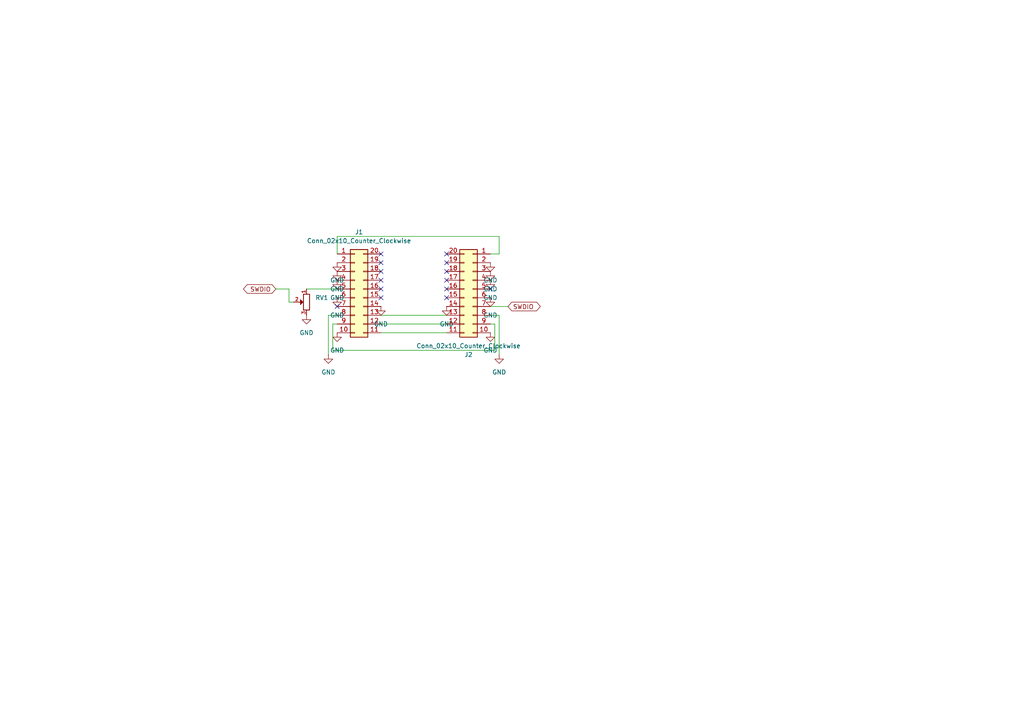
<source format=kicad_sch>
(kicad_sch
	(version 20231120)
	(generator "eeschema")
	(generator_version "8.0")
	(uuid "19dd0bfe-cbb3-48c9-a2a8-9430da164dd3")
	(paper "A4")
	(lib_symbols
		(symbol "Connector_Generic:Conn_02x10_Counter_Clockwise"
			(pin_names
				(offset 1.016) hide)
			(exclude_from_sim no)
			(in_bom yes)
			(on_board yes)
			(property "Reference" "J"
				(at 1.27 12.7 0)
				(effects
					(font
						(size 1.27 1.27)
					)
				)
			)
			(property "Value" "Conn_02x10_Counter_Clockwise"
				(at 1.27 -15.24 0)
				(effects
					(font
						(size 1.27 1.27)
					)
				)
			)
			(property "Footprint" ""
				(at 0 0 0)
				(effects
					(font
						(size 1.27 1.27)
					)
					(hide yes)
				)
			)
			(property "Datasheet" "~"
				(at 0 0 0)
				(effects
					(font
						(size 1.27 1.27)
					)
					(hide yes)
				)
			)
			(property "Description" "Generic connector, double row, 02x10, counter clockwise pin numbering scheme (similar to DIP package numbering), script generated (kicad-library-utils/schlib/autogen/connector/)"
				(at 0 0 0)
				(effects
					(font
						(size 1.27 1.27)
					)
					(hide yes)
				)
			)
			(property "ki_keywords" "connector"
				(at 0 0 0)
				(effects
					(font
						(size 1.27 1.27)
					)
					(hide yes)
				)
			)
			(property "ki_fp_filters" "Connector*:*_2x??_*"
				(at 0 0 0)
				(effects
					(font
						(size 1.27 1.27)
					)
					(hide yes)
				)
			)
			(symbol "Conn_02x10_Counter_Clockwise_1_1"
				(rectangle
					(start -1.27 -12.573)
					(end 0 -12.827)
					(stroke
						(width 0.1524)
						(type default)
					)
					(fill
						(type none)
					)
				)
				(rectangle
					(start -1.27 -10.033)
					(end 0 -10.287)
					(stroke
						(width 0.1524)
						(type default)
					)
					(fill
						(type none)
					)
				)
				(rectangle
					(start -1.27 -7.493)
					(end 0 -7.747)
					(stroke
						(width 0.1524)
						(type default)
					)
					(fill
						(type none)
					)
				)
				(rectangle
					(start -1.27 -4.953)
					(end 0 -5.207)
					(stroke
						(width 0.1524)
						(type default)
					)
					(fill
						(type none)
					)
				)
				(rectangle
					(start -1.27 -2.413)
					(end 0 -2.667)
					(stroke
						(width 0.1524)
						(type default)
					)
					(fill
						(type none)
					)
				)
				(rectangle
					(start -1.27 0.127)
					(end 0 -0.127)
					(stroke
						(width 0.1524)
						(type default)
					)
					(fill
						(type none)
					)
				)
				(rectangle
					(start -1.27 2.667)
					(end 0 2.413)
					(stroke
						(width 0.1524)
						(type default)
					)
					(fill
						(type none)
					)
				)
				(rectangle
					(start -1.27 5.207)
					(end 0 4.953)
					(stroke
						(width 0.1524)
						(type default)
					)
					(fill
						(type none)
					)
				)
				(rectangle
					(start -1.27 7.747)
					(end 0 7.493)
					(stroke
						(width 0.1524)
						(type default)
					)
					(fill
						(type none)
					)
				)
				(rectangle
					(start -1.27 10.287)
					(end 0 10.033)
					(stroke
						(width 0.1524)
						(type default)
					)
					(fill
						(type none)
					)
				)
				(rectangle
					(start -1.27 11.43)
					(end 3.81 -13.97)
					(stroke
						(width 0.254)
						(type default)
					)
					(fill
						(type background)
					)
				)
				(rectangle
					(start 3.81 -12.573)
					(end 2.54 -12.827)
					(stroke
						(width 0.1524)
						(type default)
					)
					(fill
						(type none)
					)
				)
				(rectangle
					(start 3.81 -10.033)
					(end 2.54 -10.287)
					(stroke
						(width 0.1524)
						(type default)
					)
					(fill
						(type none)
					)
				)
				(rectangle
					(start 3.81 -7.493)
					(end 2.54 -7.747)
					(stroke
						(width 0.1524)
						(type default)
					)
					(fill
						(type none)
					)
				)
				(rectangle
					(start 3.81 -4.953)
					(end 2.54 -5.207)
					(stroke
						(width 0.1524)
						(type default)
					)
					(fill
						(type none)
					)
				)
				(rectangle
					(start 3.81 -2.413)
					(end 2.54 -2.667)
					(stroke
						(width 0.1524)
						(type default)
					)
					(fill
						(type none)
					)
				)
				(rectangle
					(start 3.81 0.127)
					(end 2.54 -0.127)
					(stroke
						(width 0.1524)
						(type default)
					)
					(fill
						(type none)
					)
				)
				(rectangle
					(start 3.81 2.667)
					(end 2.54 2.413)
					(stroke
						(width 0.1524)
						(type default)
					)
					(fill
						(type none)
					)
				)
				(rectangle
					(start 3.81 5.207)
					(end 2.54 4.953)
					(stroke
						(width 0.1524)
						(type default)
					)
					(fill
						(type none)
					)
				)
				(rectangle
					(start 3.81 7.747)
					(end 2.54 7.493)
					(stroke
						(width 0.1524)
						(type default)
					)
					(fill
						(type none)
					)
				)
				(rectangle
					(start 3.81 10.287)
					(end 2.54 10.033)
					(stroke
						(width 0.1524)
						(type default)
					)
					(fill
						(type none)
					)
				)
				(pin passive line
					(at -5.08 10.16 0)
					(length 3.81)
					(name "Pin_1"
						(effects
							(font
								(size 1.27 1.27)
							)
						)
					)
					(number "1"
						(effects
							(font
								(size 1.27 1.27)
							)
						)
					)
				)
				(pin passive line
					(at -5.08 -12.7 0)
					(length 3.81)
					(name "Pin_10"
						(effects
							(font
								(size 1.27 1.27)
							)
						)
					)
					(number "10"
						(effects
							(font
								(size 1.27 1.27)
							)
						)
					)
				)
				(pin passive line
					(at 7.62 -12.7 180)
					(length 3.81)
					(name "Pin_11"
						(effects
							(font
								(size 1.27 1.27)
							)
						)
					)
					(number "11"
						(effects
							(font
								(size 1.27 1.27)
							)
						)
					)
				)
				(pin passive line
					(at 7.62 -10.16 180)
					(length 3.81)
					(name "Pin_12"
						(effects
							(font
								(size 1.27 1.27)
							)
						)
					)
					(number "12"
						(effects
							(font
								(size 1.27 1.27)
							)
						)
					)
				)
				(pin passive line
					(at 7.62 -7.62 180)
					(length 3.81)
					(name "Pin_13"
						(effects
							(font
								(size 1.27 1.27)
							)
						)
					)
					(number "13"
						(effects
							(font
								(size 1.27 1.27)
							)
						)
					)
				)
				(pin passive line
					(at 7.62 -5.08 180)
					(length 3.81)
					(name "Pin_14"
						(effects
							(font
								(size 1.27 1.27)
							)
						)
					)
					(number "14"
						(effects
							(font
								(size 1.27 1.27)
							)
						)
					)
				)
				(pin passive line
					(at 7.62 -2.54 180)
					(length 3.81)
					(name "Pin_15"
						(effects
							(font
								(size 1.27 1.27)
							)
						)
					)
					(number "15"
						(effects
							(font
								(size 1.27 1.27)
							)
						)
					)
				)
				(pin passive line
					(at 7.62 0 180)
					(length 3.81)
					(name "Pin_16"
						(effects
							(font
								(size 1.27 1.27)
							)
						)
					)
					(number "16"
						(effects
							(font
								(size 1.27 1.27)
							)
						)
					)
				)
				(pin passive line
					(at 7.62 2.54 180)
					(length 3.81)
					(name "Pin_17"
						(effects
							(font
								(size 1.27 1.27)
							)
						)
					)
					(number "17"
						(effects
							(font
								(size 1.27 1.27)
							)
						)
					)
				)
				(pin passive line
					(at 7.62 5.08 180)
					(length 3.81)
					(name "Pin_18"
						(effects
							(font
								(size 1.27 1.27)
							)
						)
					)
					(number "18"
						(effects
							(font
								(size 1.27 1.27)
							)
						)
					)
				)
				(pin passive line
					(at 7.62 7.62 180)
					(length 3.81)
					(name "Pin_19"
						(effects
							(font
								(size 1.27 1.27)
							)
						)
					)
					(number "19"
						(effects
							(font
								(size 1.27 1.27)
							)
						)
					)
				)
				(pin passive line
					(at -5.08 7.62 0)
					(length 3.81)
					(name "Pin_2"
						(effects
							(font
								(size 1.27 1.27)
							)
						)
					)
					(number "2"
						(effects
							(font
								(size 1.27 1.27)
							)
						)
					)
				)
				(pin passive line
					(at 7.62 10.16 180)
					(length 3.81)
					(name "Pin_20"
						(effects
							(font
								(size 1.27 1.27)
							)
						)
					)
					(number "20"
						(effects
							(font
								(size 1.27 1.27)
							)
						)
					)
				)
				(pin passive line
					(at -5.08 5.08 0)
					(length 3.81)
					(name "Pin_3"
						(effects
							(font
								(size 1.27 1.27)
							)
						)
					)
					(number "3"
						(effects
							(font
								(size 1.27 1.27)
							)
						)
					)
				)
				(pin passive line
					(at -5.08 2.54 0)
					(length 3.81)
					(name "Pin_4"
						(effects
							(font
								(size 1.27 1.27)
							)
						)
					)
					(number "4"
						(effects
							(font
								(size 1.27 1.27)
							)
						)
					)
				)
				(pin passive line
					(at -5.08 0 0)
					(length 3.81)
					(name "Pin_5"
						(effects
							(font
								(size 1.27 1.27)
							)
						)
					)
					(number "5"
						(effects
							(font
								(size 1.27 1.27)
							)
						)
					)
				)
				(pin passive line
					(at -5.08 -2.54 0)
					(length 3.81)
					(name "Pin_6"
						(effects
							(font
								(size 1.27 1.27)
							)
						)
					)
					(number "6"
						(effects
							(font
								(size 1.27 1.27)
							)
						)
					)
				)
				(pin passive line
					(at -5.08 -5.08 0)
					(length 3.81)
					(name "Pin_7"
						(effects
							(font
								(size 1.27 1.27)
							)
						)
					)
					(number "7"
						(effects
							(font
								(size 1.27 1.27)
							)
						)
					)
				)
				(pin passive line
					(at -5.08 -7.62 0)
					(length 3.81)
					(name "Pin_8"
						(effects
							(font
								(size 1.27 1.27)
							)
						)
					)
					(number "8"
						(effects
							(font
								(size 1.27 1.27)
							)
						)
					)
				)
				(pin passive line
					(at -5.08 -10.16 0)
					(length 3.81)
					(name "Pin_9"
						(effects
							(font
								(size 1.27 1.27)
							)
						)
					)
					(number "9"
						(effects
							(font
								(size 1.27 1.27)
							)
						)
					)
				)
			)
		)
		(symbol "PCM_SL_Devices:potentiometer_RM065"
			(exclude_from_sim no)
			(in_bom yes)
			(on_board yes)
			(property "Reference" "RV"
				(at 0 -2.032 0)
				(effects
					(font
						(size 1.27 1.27)
					)
				)
			)
			(property "Value" "potentiometer_RM065"
				(at 0 -3.81 0)
				(effects
					(font
						(size 1.27 1.27)
					)
				)
			)
			(property "Footprint" "PCM_SL_Devices:Potentiometer_RM065"
				(at -0.254 -6.096 0)
				(effects
					(font
						(size 1.27 1.27)
					)
					(hide yes)
				)
			)
			(property "Datasheet" ""
				(at 0 0 0)
				(effects
					(font
						(size 1.27 1.27)
					)
					(hide yes)
				)
			)
			(property "Description" "potentiometer RM065"
				(at 0 0 0)
				(effects
					(font
						(size 1.27 1.27)
					)
					(hide yes)
				)
			)
			(property "ki_keywords" "potentiometer RM065"
				(at 0 0 0)
				(effects
					(font
						(size 1.27 1.27)
					)
					(hide yes)
				)
			)
			(symbol "potentiometer_RM065_0_1"
				(rectangle
					(start -2.286 0.889)
					(end 2.286 -0.889)
					(stroke
						(width 0.24)
						(type default)
					)
					(fill
						(type none)
					)
				)
				(polyline
					(pts
						(xy 0 1.016) (xy 0.762 1.778) (xy -0.762 1.778) (xy 0 1.016)
					)
					(stroke
						(width 0)
						(type default)
					)
					(fill
						(type outline)
					)
				)
			)
			(symbol "potentiometer_RM065_1_1"
				(pin passive line
					(at -3.81 0 0)
					(length 1.5)
					(name "~"
						(effects
							(font
								(size 1.27 1.27)
							)
						)
					)
					(number "1"
						(effects
							(font
								(size 1 1)
							)
						)
					)
				)
				(pin passive line
					(at 0 3.81 270)
					(length 2)
					(name "~"
						(effects
							(font
								(size 1.27 1.27)
							)
						)
					)
					(number "2"
						(effects
							(font
								(size 1 1)
							)
						)
					)
				)
				(pin passive line
					(at 3.81 0 180)
					(length 1.5)
					(name "~"
						(effects
							(font
								(size 1.27 1.27)
							)
						)
					)
					(number "3"
						(effects
							(font
								(size 1 1)
							)
						)
					)
				)
			)
		)
		(symbol "power:GND"
			(power)
			(pin_numbers hide)
			(pin_names
				(offset 0) hide)
			(exclude_from_sim no)
			(in_bom yes)
			(on_board yes)
			(property "Reference" "#PWR"
				(at 0 -6.35 0)
				(effects
					(font
						(size 1.27 1.27)
					)
					(hide yes)
				)
			)
			(property "Value" "GND"
				(at 0 -3.81 0)
				(effects
					(font
						(size 1.27 1.27)
					)
				)
			)
			(property "Footprint" ""
				(at 0 0 0)
				(effects
					(font
						(size 1.27 1.27)
					)
					(hide yes)
				)
			)
			(property "Datasheet" ""
				(at 0 0 0)
				(effects
					(font
						(size 1.27 1.27)
					)
					(hide yes)
				)
			)
			(property "Description" "Power symbol creates a global label with name \"GND\" , ground"
				(at 0 0 0)
				(effects
					(font
						(size 1.27 1.27)
					)
					(hide yes)
				)
			)
			(property "ki_keywords" "global power"
				(at 0 0 0)
				(effects
					(font
						(size 1.27 1.27)
					)
					(hide yes)
				)
			)
			(symbol "GND_0_1"
				(polyline
					(pts
						(xy 0 0) (xy 0 -1.27) (xy 1.27 -1.27) (xy 0 -2.54) (xy -1.27 -1.27) (xy 0 -1.27)
					)
					(stroke
						(width 0)
						(type default)
					)
					(fill
						(type none)
					)
				)
			)
			(symbol "GND_1_1"
				(pin power_in line
					(at 0 0 270)
					(length 0)
					(name "~"
						(effects
							(font
								(size 1.27 1.27)
							)
						)
					)
					(number "1"
						(effects
							(font
								(size 1.27 1.27)
							)
						)
					)
				)
			)
		)
	)
	(no_connect
		(at 97.79 88.9)
		(uuid "25f167df-1c13-4042-a7cc-4cfaeb2048a1")
	)
	(no_connect
		(at 110.49 73.66)
		(uuid "4a7d684a-22f2-414c-a197-31e0171f4972")
	)
	(no_connect
		(at 129.54 83.82)
		(uuid "4c31dff7-63dd-49e9-a447-bbf1d3ebf373")
	)
	(no_connect
		(at 110.49 76.2)
		(uuid "6ac8a54b-c6df-411a-9f8b-14c9ca5d942b")
	)
	(no_connect
		(at 129.54 86.36)
		(uuid "791a5dc7-87ba-48b4-af24-236af0d16ecf")
	)
	(no_connect
		(at 110.49 86.36)
		(uuid "7927334d-4ca6-4fea-93da-16eff6f9541a")
	)
	(no_connect
		(at 129.54 73.66)
		(uuid "8192121f-93a8-49e8-9cad-2fde2df2c438")
	)
	(no_connect
		(at 129.54 81.28)
		(uuid "8cda6105-ca9c-427c-808c-736427b18c6b")
	)
	(no_connect
		(at 142.24 83.82)
		(uuid "9b50f271-c8a6-4a6f-9b62-02a6001a0655")
	)
	(no_connect
		(at 110.49 83.82)
		(uuid "b02f9aee-f91e-4c29-b72f-b09b5227bc38")
	)
	(no_connect
		(at 110.49 78.74)
		(uuid "bb32720b-40f2-4223-a757-151727911339")
	)
	(no_connect
		(at 129.54 78.74)
		(uuid "d5b803da-8e56-4c37-a03f-a4865106abac")
	)
	(no_connect
		(at 110.49 81.28)
		(uuid "e75ee021-1de4-4459-87bb-4505648795e8")
	)
	(no_connect
		(at 129.54 76.2)
		(uuid "ed0bfd8c-72c5-456e-9283-03b7bda27488")
	)
	(wire
		(pts
			(xy 83.82 87.63) (xy 83.82 83.82)
		)
		(stroke
			(width 0)
			(type default)
		)
		(uuid "04aecf09-fc58-4fca-a9e9-c87839811599")
	)
	(wire
		(pts
			(xy 110.49 91.44) (xy 129.54 91.44)
		)
		(stroke
			(width 0)
			(type default)
		)
		(uuid "0b986732-b256-420f-9e2a-c09d03dc4bf7")
	)
	(wire
		(pts
			(xy 97.79 68.58) (xy 144.78 68.58)
		)
		(stroke
			(width 0)
			(type default)
		)
		(uuid "1b59da92-cb58-4cd8-b4ef-5678723bc340")
	)
	(wire
		(pts
			(xy 110.49 96.52) (xy 129.54 96.52)
		)
		(stroke
			(width 0)
			(type default)
		)
		(uuid "1b863bbb-a51e-4251-824f-be8c8a988c1e")
	)
	(wire
		(pts
			(xy 96.52 101.6) (xy 143.51 101.6)
		)
		(stroke
			(width 0)
			(type default)
		)
		(uuid "23a09dae-8931-45af-a2c6-ddd75ee3a97d")
	)
	(wire
		(pts
			(xy 144.78 91.44) (xy 142.24 91.44)
		)
		(stroke
			(width 0)
			(type default)
		)
		(uuid "376c9f9f-4c82-4ff9-b090-e4fd0171fbfa")
	)
	(wire
		(pts
			(xy 97.79 91.44) (xy 95.25 91.44)
		)
		(stroke
			(width 0)
			(type default)
		)
		(uuid "39637379-4d7e-48f7-a82f-a8feab132d5b")
	)
	(wire
		(pts
			(xy 143.51 101.6) (xy 143.51 93.98)
		)
		(stroke
			(width 0)
			(type default)
		)
		(uuid "5240d45f-839c-4b43-824a-22e08758f797")
	)
	(wire
		(pts
			(xy 96.52 93.98) (xy 96.52 101.6)
		)
		(stroke
			(width 0)
			(type default)
		)
		(uuid "57321656-3ac5-4800-bffc-04a3cf277099")
	)
	(wire
		(pts
			(xy 143.51 93.98) (xy 142.24 93.98)
		)
		(stroke
			(width 0)
			(type default)
		)
		(uuid "61577a48-fc0f-4ad2-9224-bd4fd734c682")
	)
	(wire
		(pts
			(xy 144.78 73.66) (xy 142.24 73.66)
		)
		(stroke
			(width 0)
			(type default)
		)
		(uuid "6c6c6955-5a21-4523-ae67-4ea902fd5fe4")
	)
	(wire
		(pts
			(xy 144.78 102.87) (xy 144.78 91.44)
		)
		(stroke
			(width 0)
			(type default)
		)
		(uuid "6d4480b6-736d-49d1-bc14-88a5125a1d25")
	)
	(wire
		(pts
			(xy 97.79 73.66) (xy 97.79 68.58)
		)
		(stroke
			(width 0)
			(type default)
		)
		(uuid "72178f0e-b531-424f-ba99-d6973ee434b3")
	)
	(wire
		(pts
			(xy 110.49 93.98) (xy 129.54 93.98)
		)
		(stroke
			(width 0)
			(type default)
		)
		(uuid "9d9df942-c3a1-4f42-a3cc-9cb72bf1b0b2")
	)
	(wire
		(pts
			(xy 97.79 93.98) (xy 96.52 93.98)
		)
		(stroke
			(width 0)
			(type default)
		)
		(uuid "a88ac412-5be9-444a-a543-6afeb2b9c2e8")
	)
	(wire
		(pts
			(xy 144.78 68.58) (xy 144.78 73.66)
		)
		(stroke
			(width 0)
			(type default)
		)
		(uuid "d0763c4c-8a03-41ce-a95f-eeb69a096df6")
	)
	(wire
		(pts
			(xy 85.09 87.63) (xy 83.82 87.63)
		)
		(stroke
			(width 0)
			(type default)
		)
		(uuid "d7da5a39-3973-40ae-8577-864150e29d15")
	)
	(wire
		(pts
			(xy 142.24 88.9) (xy 147.32 88.9)
		)
		(stroke
			(width 0)
			(type default)
		)
		(uuid "e13d2576-f9bf-44b9-a06d-f01797da0432")
	)
	(wire
		(pts
			(xy 88.9 83.82) (xy 97.79 83.82)
		)
		(stroke
			(width 0)
			(type default)
		)
		(uuid "e6131e0a-3fe6-4558-b4c1-82ce0aea2067")
	)
	(wire
		(pts
			(xy 83.82 83.82) (xy 80.01 83.82)
		)
		(stroke
			(width 0)
			(type default)
		)
		(uuid "e9fc7a24-6bfe-4dea-8e9f-2e7b22a8573f")
	)
	(wire
		(pts
			(xy 95.25 91.44) (xy 95.25 102.87)
		)
		(stroke
			(width 0)
			(type default)
		)
		(uuid "ec20dd4f-4261-4ae5-b4e4-d2910454afa8")
	)
	(global_label "SWDIO"
		(shape bidirectional)
		(at 147.32 88.9 0)
		(fields_autoplaced yes)
		(effects
			(font
				(size 1.27 1.27)
			)
			(justify left)
		)
		(uuid "a9824ee7-0de4-4369-8d1d-2c678a93b44c")
		(property "Intersheetrefs" "${INTERSHEET_REFS}"
			(at 157.2827 88.9 0)
			(effects
				(font
					(size 1.27 1.27)
				)
				(justify left)
				(hide yes)
			)
		)
	)
	(global_label "SWDIO"
		(shape bidirectional)
		(at 80.01 83.82 180)
		(fields_autoplaced yes)
		(effects
			(font
				(size 1.27 1.27)
			)
			(justify right)
		)
		(uuid "fff9765b-efb3-48a5-a44a-5ee88a3149a1")
		(property "Intersheetrefs" "${INTERSHEET_REFS}"
			(at 70.0473 83.82 0)
			(effects
				(font
					(size 1.27 1.27)
				)
				(justify right)
				(hide yes)
			)
		)
	)
	(symbol
		(lib_id "power:GND")
		(at 88.9 91.44 0)
		(unit 1)
		(exclude_from_sim no)
		(in_bom yes)
		(on_board yes)
		(dnp no)
		(fields_autoplaced yes)
		(uuid "1ab06e58-4e3f-4e82-ba3b-88d38ae624b7")
		(property "Reference" "#PWR01"
			(at 88.9 97.79 0)
			(effects
				(font
					(size 1.27 1.27)
				)
				(hide yes)
			)
		)
		(property "Value" "GND"
			(at 88.9 96.52 0)
			(effects
				(font
					(size 1.27 1.27)
				)
			)
		)
		(property "Footprint" ""
			(at 88.9 91.44 0)
			(effects
				(font
					(size 1.27 1.27)
				)
				(hide yes)
			)
		)
		(property "Datasheet" ""
			(at 88.9 91.44 0)
			(effects
				(font
					(size 1.27 1.27)
				)
				(hide yes)
			)
		)
		(property "Description" "Power symbol creates a global label with name \"GND\" , ground"
			(at 88.9 91.44 0)
			(effects
				(font
					(size 1.27 1.27)
				)
				(hide yes)
			)
		)
		(pin "1"
			(uuid "b3977287-d08e-454e-82c5-7652c7f9357d")
		)
		(instances
			(project ""
				(path "/19dd0bfe-cbb3-48c9-a2a8-9430da164dd3"
					(reference "#PWR01")
					(unit 1)
				)
			)
		)
	)
	(symbol
		(lib_id "power:GND")
		(at 144.78 102.87 0)
		(unit 1)
		(exclude_from_sim no)
		(in_bom yes)
		(on_board yes)
		(dnp no)
		(fields_autoplaced yes)
		(uuid "237fa628-f2a0-4761-a6d5-7fafd9b2a180")
		(property "Reference" "#PWR07"
			(at 144.78 109.22 0)
			(effects
				(font
					(size 1.27 1.27)
				)
				(hide yes)
			)
		)
		(property "Value" "GND"
			(at 144.78 107.95 0)
			(effects
				(font
					(size 1.27 1.27)
				)
			)
		)
		(property "Footprint" ""
			(at 144.78 102.87 0)
			(effects
				(font
					(size 1.27 1.27)
				)
				(hide yes)
			)
		)
		(property "Datasheet" ""
			(at 144.78 102.87 0)
			(effects
				(font
					(size 1.27 1.27)
				)
				(hide yes)
			)
		)
		(property "Description" "Power symbol creates a global label with name \"GND\" , ground"
			(at 144.78 102.87 0)
			(effects
				(font
					(size 1.27 1.27)
				)
				(hide yes)
			)
		)
		(pin "1"
			(uuid "06fb8179-c36c-4e95-bdee-ac1974f35689")
		)
		(instances
			(project "Flyswatter2Adapter"
				(path "/19dd0bfe-cbb3-48c9-a2a8-9430da164dd3"
					(reference "#PWR07")
					(unit 1)
				)
			)
		)
	)
	(symbol
		(lib_id "PCM_SL_Devices:potentiometer_RM065")
		(at 88.9 87.63 90)
		(mirror x)
		(unit 1)
		(exclude_from_sim no)
		(in_bom yes)
		(on_board yes)
		(dnp no)
		(uuid "2689a8ea-ec6e-4813-9889-692322b8d337")
		(property "Reference" "RV1"
			(at 91.44 86.3599 90)
			(effects
				(font
					(size 1.27 1.27)
				)
				(justify right)
			)
		)
		(property "Value" "potentiometer_RM065"
			(at 91.44 88.8999 90)
			(effects
				(font
					(size 1.27 1.27)
				)
				(justify right)
				(hide yes)
			)
		)
		(property "Footprint" "PCM_SL_Devices:Potentiometer_RM065"
			(at 94.996 87.376 0)
			(effects
				(font
					(size 1.27 1.27)
				)
				(hide yes)
			)
		)
		(property "Datasheet" ""
			(at 88.9 87.63 0)
			(effects
				(font
					(size 1.27 1.27)
				)
				(hide yes)
			)
		)
		(property "Description" "potentiometer RM065"
			(at 88.9 87.63 0)
			(effects
				(font
					(size 1.27 1.27)
				)
				(hide yes)
			)
		)
		(pin "2"
			(uuid "b92e2a65-ea3f-46b5-ae48-fe93000484d5")
		)
		(pin "1"
			(uuid "53a81a2b-a7f3-47d3-9862-311e36c90e36")
		)
		(pin "3"
			(uuid "506a7046-4196-4ab5-a343-ab21aef5bf00")
		)
		(instances
			(project ""
				(path "/19dd0bfe-cbb3-48c9-a2a8-9430da164dd3"
					(reference "RV1")
					(unit 1)
				)
			)
		)
	)
	(symbol
		(lib_id "Connector_Generic:Conn_02x10_Counter_Clockwise")
		(at 102.87 83.82 0)
		(unit 1)
		(exclude_from_sim no)
		(in_bom yes)
		(on_board yes)
		(dnp no)
		(fields_autoplaced yes)
		(uuid "2c45b074-2558-4130-92aa-70aaa5f94d61")
		(property "Reference" "J1"
			(at 104.14 67.31 0)
			(effects
				(font
					(size 1.27 1.27)
				)
			)
		)
		(property "Value" "Conn_02x10_Counter_Clockwise"
			(at 104.14 69.85 0)
			(effects
				(font
					(size 1.27 1.27)
				)
			)
		)
		(property "Footprint" "Connector_IDC:IDC-Header_2x10_P2.54mm_Latch6.5mm_Vertical"
			(at 102.87 83.82 0)
			(effects
				(font
					(size 1.27 1.27)
				)
				(hide yes)
			)
		)
		(property "Datasheet" "~"
			(at 102.87 83.82 0)
			(effects
				(font
					(size 1.27 1.27)
				)
				(hide yes)
			)
		)
		(property "Description" "Generic connector, double row, 02x10, counter clockwise pin numbering scheme (similar to DIP package numbering), script generated (kicad-library-utils/schlib/autogen/connector/)"
			(at 102.87 83.82 0)
			(effects
				(font
					(size 1.27 1.27)
				)
				(hide yes)
			)
		)
		(pin "17"
			(uuid "377cc145-4a51-45e7-9e7d-e6808befd353")
		)
		(pin "11"
			(uuid "6bb7a9bc-affb-488f-8199-5a57f4a4c7eb")
		)
		(pin "14"
			(uuid "2e2d3c09-86b6-4251-b4fd-d080ad623e6e")
		)
		(pin "18"
			(uuid "5bd1bd99-81ca-4b7d-934f-787faf414e58")
		)
		(pin "8"
			(uuid "c278ad67-2d50-4d5b-92e7-1865f8072987")
		)
		(pin "2"
			(uuid "c2458025-07af-4d66-816b-cc7af11320c4")
		)
		(pin "5"
			(uuid "96551c9f-d181-459b-b1ce-504db0eb5665")
		)
		(pin "13"
			(uuid "7936f2f0-d1b8-4105-ba92-f55ff740911a")
		)
		(pin "9"
			(uuid "6646f04a-c741-44be-a784-2bc7258e497b")
		)
		(pin "6"
			(uuid "b2671f66-72a9-4917-b489-7e3788cd285f")
		)
		(pin "20"
			(uuid "c3b19eef-4d6e-494b-9a93-6ccb92162c01")
		)
		(pin "7"
			(uuid "bfd6ec62-908e-4130-8b5c-d55c65063fcb")
		)
		(pin "15"
			(uuid "ee6dabf6-b9f9-448a-a52f-4ed003790b7b")
		)
		(pin "12"
			(uuid "d873c5b6-c280-4369-b4c8-3fdf3592387b")
		)
		(pin "16"
			(uuid "29fdb31d-1894-402f-823e-8d4f87db63d9")
		)
		(pin "1"
			(uuid "f1c4465f-2711-45fe-806a-b90bce5a8b5e")
		)
		(pin "10"
			(uuid "b5befc8e-6303-42da-ac03-37c618494f5d")
		)
		(pin "19"
			(uuid "b8c37f82-0efa-4888-b9b6-e4cdf657e94c")
		)
		(pin "3"
			(uuid "359f0084-22eb-482a-84c9-6e805d81ace0")
		)
		(pin "4"
			(uuid "1bb35969-b767-442b-a43a-0eaa3ddffc5f")
		)
		(instances
			(project ""
				(path "/19dd0bfe-cbb3-48c9-a2a8-9430da164dd3"
					(reference "J1")
					(unit 1)
				)
			)
		)
	)
	(symbol
		(lib_id "power:GND")
		(at 110.49 88.9 0)
		(unit 1)
		(exclude_from_sim no)
		(in_bom yes)
		(on_board yes)
		(dnp no)
		(fields_autoplaced yes)
		(uuid "2fc362cf-ee65-4836-88ec-ec3fe0b784ef")
		(property "Reference" "#PWR010"
			(at 110.49 95.25 0)
			(effects
				(font
					(size 1.27 1.27)
				)
				(hide yes)
			)
		)
		(property "Value" "GND"
			(at 110.49 93.98 0)
			(effects
				(font
					(size 1.27 1.27)
				)
			)
		)
		(property "Footprint" ""
			(at 110.49 88.9 0)
			(effects
				(font
					(size 1.27 1.27)
				)
				(hide yes)
			)
		)
		(property "Datasheet" ""
			(at 110.49 88.9 0)
			(effects
				(font
					(size 1.27 1.27)
				)
				(hide yes)
			)
		)
		(property "Description" "Power symbol creates a global label with name \"GND\" , ground"
			(at 110.49 88.9 0)
			(effects
				(font
					(size 1.27 1.27)
				)
				(hide yes)
			)
		)
		(pin "1"
			(uuid "4e1c4cfb-6405-426c-aad7-df6846de1f39")
		)
		(instances
			(project "Flyswatter2Adapter"
				(path "/19dd0bfe-cbb3-48c9-a2a8-9430da164dd3"
					(reference "#PWR010")
					(unit 1)
				)
			)
		)
	)
	(symbol
		(lib_id "Connector_Generic:Conn_02x10_Counter_Clockwise")
		(at 137.16 83.82 0)
		(mirror y)
		(unit 1)
		(exclude_from_sim no)
		(in_bom yes)
		(on_board yes)
		(dnp no)
		(uuid "43c410a9-ffaf-48cb-94d2-89da1a7229b2")
		(property "Reference" "J2"
			(at 135.89 102.87 0)
			(effects
				(font
					(size 1.27 1.27)
				)
			)
		)
		(property "Value" "Conn_02x10_Counter_Clockwise"
			(at 135.89 100.33 0)
			(effects
				(font
					(size 1.27 1.27)
				)
			)
		)
		(property "Footprint" "Connector_IDC:IDC-Header_2x10_P2.54mm_Latch6.5mm_Vertical"
			(at 137.16 83.82 0)
			(effects
				(font
					(size 1.27 1.27)
				)
				(hide yes)
			)
		)
		(property "Datasheet" "~"
			(at 137.16 83.82 0)
			(effects
				(font
					(size 1.27 1.27)
				)
				(hide yes)
			)
		)
		(property "Description" "Generic connector, double row, 02x10, counter clockwise pin numbering scheme (similar to DIP package numbering), script generated (kicad-library-utils/schlib/autogen/connector/)"
			(at 137.16 83.82 0)
			(effects
				(font
					(size 1.27 1.27)
				)
				(hide yes)
			)
		)
		(pin "17"
			(uuid "f98e9300-f18c-4b87-87a2-38f9f0a1c0f1")
		)
		(pin "11"
			(uuid "06d7c94a-1660-458c-b12a-166b84c2697d")
		)
		(pin "14"
			(uuid "8a41d55d-872c-41df-bf05-45618bf8a4b1")
		)
		(pin "18"
			(uuid "4bcc6c39-461c-479f-bb0a-8568941fe8f5")
		)
		(pin "8"
			(uuid "a5cef91f-c2ac-412b-b724-1d02dba09bc4")
		)
		(pin "2"
			(uuid "7647691c-b19b-4591-acd7-bad53da71ea6")
		)
		(pin "5"
			(uuid "0633cacd-fcab-4dfa-85a6-820b1004f74a")
		)
		(pin "13"
			(uuid "cfa17397-7b4d-4fea-942c-faf538831cf6")
		)
		(pin "9"
			(uuid "ec557399-41b3-4097-af30-66b2251201d7")
		)
		(pin "6"
			(uuid "82c321b2-7919-4458-b216-cc4ffb18d17d")
		)
		(pin "20"
			(uuid "56638ad9-8cd0-481c-962c-922e1bd6f9e2")
		)
		(pin "7"
			(uuid "4208bcb4-e77b-40e6-981c-35bc2fc7184e")
		)
		(pin "15"
			(uuid "0ef7f32f-e1d7-4c43-8fc2-a2bd2610904f")
		)
		(pin "12"
			(uuid "47fcd7f8-1e97-4612-a866-ed774ae0ab8d")
		)
		(pin "16"
			(uuid "aecbdf4b-1b33-4ebf-9959-e62b13d529ac")
		)
		(pin "1"
			(uuid "99c5901c-dfd1-4ae9-9715-7b5efa64323b")
		)
		(pin "10"
			(uuid "68101c7f-de6f-4fbf-8239-455d4e9e9848")
		)
		(pin "19"
			(uuid "bf810999-3e71-4d08-b9ef-5cd52d25443d")
		)
		(pin "3"
			(uuid "97a83882-b6a0-423d-a4ee-63fd2ea6d1bb")
		)
		(pin "4"
			(uuid "6d058a67-d19e-40a7-968a-50235c7dd01f")
		)
		(instances
			(project "Flyswatter2Adapter"
				(path "/19dd0bfe-cbb3-48c9-a2a8-9430da164dd3"
					(reference "J2")
					(unit 1)
				)
			)
		)
	)
	(symbol
		(lib_id "power:GND")
		(at 142.24 76.2 0)
		(unit 1)
		(exclude_from_sim no)
		(in_bom yes)
		(on_board yes)
		(dnp no)
		(fields_autoplaced yes)
		(uuid "5f40120e-ad39-45e7-be1b-813c36c91363")
		(property "Reference" "#PWR012"
			(at 142.24 82.55 0)
			(effects
				(font
					(size 1.27 1.27)
				)
				(hide yes)
			)
		)
		(property "Value" "GND"
			(at 142.24 81.28 0)
			(effects
				(font
					(size 1.27 1.27)
				)
			)
		)
		(property "Footprint" ""
			(at 142.24 76.2 0)
			(effects
				(font
					(size 1.27 1.27)
				)
				(hide yes)
			)
		)
		(property "Datasheet" ""
			(at 142.24 76.2 0)
			(effects
				(font
					(size 1.27 1.27)
				)
				(hide yes)
			)
		)
		(property "Description" "Power symbol creates a global label with name \"GND\" , ground"
			(at 142.24 76.2 0)
			(effects
				(font
					(size 1.27 1.27)
				)
				(hide yes)
			)
		)
		(pin "1"
			(uuid "4a6a9f04-31dc-4622-aba8-f3308c07a416")
		)
		(instances
			(project "Flyswatter2Adapter"
				(path "/19dd0bfe-cbb3-48c9-a2a8-9430da164dd3"
					(reference "#PWR012")
					(unit 1)
				)
			)
		)
	)
	(symbol
		(lib_id "power:GND")
		(at 97.79 78.74 0)
		(unit 1)
		(exclude_from_sim no)
		(in_bom yes)
		(on_board yes)
		(dnp no)
		(fields_autoplaced yes)
		(uuid "61ee753e-d06b-4b33-83e1-d4dcf98328fb")
		(property "Reference" "#PWR04"
			(at 97.79 85.09 0)
			(effects
				(font
					(size 1.27 1.27)
				)
				(hide yes)
			)
		)
		(property "Value" "GND"
			(at 97.79 83.82 0)
			(effects
				(font
					(size 1.27 1.27)
				)
			)
		)
		(property "Footprint" ""
			(at 97.79 78.74 0)
			(effects
				(font
					(size 1.27 1.27)
				)
				(hide yes)
			)
		)
		(property "Datasheet" ""
			(at 97.79 78.74 0)
			(effects
				(font
					(size 1.27 1.27)
				)
				(hide yes)
			)
		)
		(property "Description" "Power symbol creates a global label with name \"GND\" , ground"
			(at 97.79 78.74 0)
			(effects
				(font
					(size 1.27 1.27)
				)
				(hide yes)
			)
		)
		(pin "1"
			(uuid "8e04ed27-6410-4fc5-b39d-1089c1bf4a0f")
		)
		(instances
			(project "Flyswatter2Adapter"
				(path "/19dd0bfe-cbb3-48c9-a2a8-9430da164dd3"
					(reference "#PWR04")
					(unit 1)
				)
			)
		)
	)
	(symbol
		(lib_id "power:GND")
		(at 97.79 81.28 0)
		(unit 1)
		(exclude_from_sim no)
		(in_bom yes)
		(on_board yes)
		(dnp no)
		(fields_autoplaced yes)
		(uuid "70b51482-1d2e-4304-95de-1379de8c767d")
		(property "Reference" "#PWR03"
			(at 97.79 87.63 0)
			(effects
				(font
					(size 1.27 1.27)
				)
				(hide yes)
			)
		)
		(property "Value" "GND"
			(at 97.79 86.36 0)
			(effects
				(font
					(size 1.27 1.27)
				)
			)
		)
		(property "Footprint" ""
			(at 97.79 81.28 0)
			(effects
				(font
					(size 1.27 1.27)
				)
				(hide yes)
			)
		)
		(property "Datasheet" ""
			(at 97.79 81.28 0)
			(effects
				(font
					(size 1.27 1.27)
				)
				(hide yes)
			)
		)
		(property "Description" "Power symbol creates a global label with name \"GND\" , ground"
			(at 97.79 81.28 0)
			(effects
				(font
					(size 1.27 1.27)
				)
				(hide yes)
			)
		)
		(pin "1"
			(uuid "0a267885-7f99-47f4-a22e-80c3939ff38a")
		)
		(instances
			(project "Flyswatter2Adapter"
				(path "/19dd0bfe-cbb3-48c9-a2a8-9430da164dd3"
					(reference "#PWR03")
					(unit 1)
				)
			)
		)
	)
	(symbol
		(lib_id "power:GND")
		(at 142.24 96.52 0)
		(unit 1)
		(exclude_from_sim no)
		(in_bom yes)
		(on_board yes)
		(dnp no)
		(fields_autoplaced yes)
		(uuid "809cc960-0d88-41ea-bab5-94f2d6885b25")
		(property "Reference" "#PWR08"
			(at 142.24 102.87 0)
			(effects
				(font
					(size 1.27 1.27)
				)
				(hide yes)
			)
		)
		(property "Value" "GND"
			(at 142.24 101.6 0)
			(effects
				(font
					(size 1.27 1.27)
				)
			)
		)
		(property "Footprint" ""
			(at 142.24 96.52 0)
			(effects
				(font
					(size 1.27 1.27)
				)
				(hide yes)
			)
		)
		(property "Datasheet" ""
			(at 142.24 96.52 0)
			(effects
				(font
					(size 1.27 1.27)
				)
				(hide yes)
			)
		)
		(property "Description" "Power symbol creates a global label with name \"GND\" , ground"
			(at 142.24 96.52 0)
			(effects
				(font
					(size 1.27 1.27)
				)
				(hide yes)
			)
		)
		(pin "1"
			(uuid "5f1de7e6-d676-4d11-beb6-55f6387f6b07")
		)
		(instances
			(project "Flyswatter2Adapter"
				(path "/19dd0bfe-cbb3-48c9-a2a8-9430da164dd3"
					(reference "#PWR08")
					(unit 1)
				)
			)
		)
	)
	(symbol
		(lib_id "power:GND")
		(at 97.79 96.52 0)
		(unit 1)
		(exclude_from_sim no)
		(in_bom yes)
		(on_board yes)
		(dnp no)
		(fields_autoplaced yes)
		(uuid "83aa5f95-fbce-4a36-9bfc-30f3c69a79a2")
		(property "Reference" "#PWR09"
			(at 97.79 102.87 0)
			(effects
				(font
					(size 1.27 1.27)
				)
				(hide yes)
			)
		)
		(property "Value" "GND"
			(at 97.79 101.6 0)
			(effects
				(font
					(size 1.27 1.27)
				)
			)
		)
		(property "Footprint" ""
			(at 97.79 96.52 0)
			(effects
				(font
					(size 1.27 1.27)
				)
				(hide yes)
			)
		)
		(property "Datasheet" ""
			(at 97.79 96.52 0)
			(effects
				(font
					(size 1.27 1.27)
				)
				(hide yes)
			)
		)
		(property "Description" "Power symbol creates a global label with name \"GND\" , ground"
			(at 97.79 96.52 0)
			(effects
				(font
					(size 1.27 1.27)
				)
				(hide yes)
			)
		)
		(pin "1"
			(uuid "093d14ea-ef64-41e0-8ac4-8eb4e59fc31d")
		)
		(instances
			(project "Flyswatter2Adapter"
				(path "/19dd0bfe-cbb3-48c9-a2a8-9430da164dd3"
					(reference "#PWR09")
					(unit 1)
				)
			)
		)
	)
	(symbol
		(lib_id "power:GND")
		(at 142.24 86.36 0)
		(unit 1)
		(exclude_from_sim no)
		(in_bom yes)
		(on_board yes)
		(dnp no)
		(fields_autoplaced yes)
		(uuid "8e3a271f-4647-4704-968b-9ad191f37a04")
		(property "Reference" "#PWR015"
			(at 142.24 92.71 0)
			(effects
				(font
					(size 1.27 1.27)
				)
				(hide yes)
			)
		)
		(property "Value" "GND"
			(at 142.24 91.44 0)
			(effects
				(font
					(size 1.27 1.27)
				)
			)
		)
		(property "Footprint" ""
			(at 142.24 86.36 0)
			(effects
				(font
					(size 1.27 1.27)
				)
				(hide yes)
			)
		)
		(property "Datasheet" ""
			(at 142.24 86.36 0)
			(effects
				(font
					(size 1.27 1.27)
				)
				(hide yes)
			)
		)
		(property "Description" "Power symbol creates a global label with name \"GND\" , ground"
			(at 142.24 86.36 0)
			(effects
				(font
					(size 1.27 1.27)
				)
				(hide yes)
			)
		)
		(pin "1"
			(uuid "2ebc96fb-44d5-40dc-a15c-e4c0a2403162")
		)
		(instances
			(project "Flyswatter2Adapter"
				(path "/19dd0bfe-cbb3-48c9-a2a8-9430da164dd3"
					(reference "#PWR015")
					(unit 1)
				)
			)
		)
	)
	(symbol
		(lib_id "power:GND")
		(at 129.54 88.9 0)
		(unit 1)
		(exclude_from_sim no)
		(in_bom yes)
		(on_board yes)
		(dnp no)
		(fields_autoplaced yes)
		(uuid "91c03e77-b6e2-43b1-b3e7-ce0792e74396")
		(property "Reference" "#PWR011"
			(at 129.54 95.25 0)
			(effects
				(font
					(size 1.27 1.27)
				)
				(hide yes)
			)
		)
		(property "Value" "GND"
			(at 129.54 93.98 0)
			(effects
				(font
					(size 1.27 1.27)
				)
			)
		)
		(property "Footprint" ""
			(at 129.54 88.9 0)
			(effects
				(font
					(size 1.27 1.27)
				)
				(hide yes)
			)
		)
		(property "Datasheet" ""
			(at 129.54 88.9 0)
			(effects
				(font
					(size 1.27 1.27)
				)
				(hide yes)
			)
		)
		(property "Description" "Power symbol creates a global label with name \"GND\" , ground"
			(at 129.54 88.9 0)
			(effects
				(font
					(size 1.27 1.27)
				)
				(hide yes)
			)
		)
		(pin "1"
			(uuid "e81f7dc7-19f6-42a2-b10e-3ddcab9f2a1c")
		)
		(instances
			(project "Flyswatter2Adapter"
				(path "/19dd0bfe-cbb3-48c9-a2a8-9430da164dd3"
					(reference "#PWR011")
					(unit 1)
				)
			)
		)
	)
	(symbol
		(lib_id "power:GND")
		(at 97.79 76.2 0)
		(unit 1)
		(exclude_from_sim no)
		(in_bom yes)
		(on_board yes)
		(dnp no)
		(fields_autoplaced yes)
		(uuid "ac216acc-da29-4051-a859-5071f6b9f81d")
		(property "Reference" "#PWR05"
			(at 97.79 82.55 0)
			(effects
				(font
					(size 1.27 1.27)
				)
				(hide yes)
			)
		)
		(property "Value" "GND"
			(at 97.79 81.28 0)
			(effects
				(font
					(size 1.27 1.27)
				)
			)
		)
		(property "Footprint" ""
			(at 97.79 76.2 0)
			(effects
				(font
					(size 1.27 1.27)
				)
				(hide yes)
			)
		)
		(property "Datasheet" ""
			(at 97.79 76.2 0)
			(effects
				(font
					(size 1.27 1.27)
				)
				(hide yes)
			)
		)
		(property "Description" "Power symbol creates a global label with name \"GND\" , ground"
			(at 97.79 76.2 0)
			(effects
				(font
					(size 1.27 1.27)
				)
				(hide yes)
			)
		)
		(pin "1"
			(uuid "70310f97-794b-4097-aa36-cdf6e9e28d0d")
		)
		(instances
			(project "Flyswatter2Adapter"
				(path "/19dd0bfe-cbb3-48c9-a2a8-9430da164dd3"
					(reference "#PWR05")
					(unit 1)
				)
			)
		)
	)
	(symbol
		(lib_id "power:GND")
		(at 97.79 86.36 0)
		(unit 1)
		(exclude_from_sim no)
		(in_bom yes)
		(on_board yes)
		(dnp no)
		(fields_autoplaced yes)
		(uuid "c2579689-eb71-4032-bd3e-9a2b5eb2c958")
		(property "Reference" "#PWR02"
			(at 97.79 92.71 0)
			(effects
				(font
					(size 1.27 1.27)
				)
				(hide yes)
			)
		)
		(property "Value" "GND"
			(at 97.79 91.44 0)
			(effects
				(font
					(size 1.27 1.27)
				)
			)
		)
		(property "Footprint" ""
			(at 97.79 86.36 0)
			(effects
				(font
					(size 1.27 1.27)
				)
				(hide yes)
			)
		)
		(property "Datasheet" ""
			(at 97.79 86.36 0)
			(effects
				(font
					(size 1.27 1.27)
				)
				(hide yes)
			)
		)
		(property "Description" "Power symbol creates a global label with name \"GND\" , ground"
			(at 97.79 86.36 0)
			(effects
				(font
					(size 1.27 1.27)
				)
				(hide yes)
			)
		)
		(pin "1"
			(uuid "87fd3e23-50a9-43e2-897f-d4a274a788d4")
		)
		(instances
			(project "Flyswatter2Adapter"
				(path "/19dd0bfe-cbb3-48c9-a2a8-9430da164dd3"
					(reference "#PWR02")
					(unit 1)
				)
			)
		)
	)
	(symbol
		(lib_id "power:GND")
		(at 95.25 102.87 0)
		(unit 1)
		(exclude_from_sim no)
		(in_bom yes)
		(on_board yes)
		(dnp no)
		(fields_autoplaced yes)
		(uuid "cfee79b4-b70a-4f4e-be95-fd172d5fb1c2")
		(property "Reference" "#PWR06"
			(at 95.25 109.22 0)
			(effects
				(font
					(size 1.27 1.27)
				)
				(hide yes)
			)
		)
		(property "Value" "GND"
			(at 95.25 107.95 0)
			(effects
				(font
					(size 1.27 1.27)
				)
			)
		)
		(property "Footprint" ""
			(at 95.25 102.87 0)
			(effects
				(font
					(size 1.27 1.27)
				)
				(hide yes)
			)
		)
		(property "Datasheet" ""
			(at 95.25 102.87 0)
			(effects
				(font
					(size 1.27 1.27)
				)
				(hide yes)
			)
		)
		(property "Description" "Power symbol creates a global label with name \"GND\" , ground"
			(at 95.25 102.87 0)
			(effects
				(font
					(size 1.27 1.27)
				)
				(hide yes)
			)
		)
		(pin "1"
			(uuid "e294b78b-9f1c-4aef-b17c-bc45848c4a0c")
		)
		(instances
			(project "Flyswatter2Adapter"
				(path "/19dd0bfe-cbb3-48c9-a2a8-9430da164dd3"
					(reference "#PWR06")
					(unit 1)
				)
			)
		)
	)
	(symbol
		(lib_id "power:GND")
		(at 142.24 81.28 0)
		(unit 1)
		(exclude_from_sim no)
		(in_bom yes)
		(on_board yes)
		(dnp no)
		(fields_autoplaced yes)
		(uuid "e1e091bc-49a2-404d-a6f2-ccca61558f4c")
		(property "Reference" "#PWR014"
			(at 142.24 87.63 0)
			(effects
				(font
					(size 1.27 1.27)
				)
				(hide yes)
			)
		)
		(property "Value" "GND"
			(at 142.24 86.36 0)
			(effects
				(font
					(size 1.27 1.27)
				)
			)
		)
		(property "Footprint" ""
			(at 142.24 81.28 0)
			(effects
				(font
					(size 1.27 1.27)
				)
				(hide yes)
			)
		)
		(property "Datasheet" ""
			(at 142.24 81.28 0)
			(effects
				(font
					(size 1.27 1.27)
				)
				(hide yes)
			)
		)
		(property "Description" "Power symbol creates a global label with name \"GND\" , ground"
			(at 142.24 81.28 0)
			(effects
				(font
					(size 1.27 1.27)
				)
				(hide yes)
			)
		)
		(pin "1"
			(uuid "d5942384-3df3-4b55-bc85-7263c31772dd")
		)
		(instances
			(project "Flyswatter2Adapter"
				(path "/19dd0bfe-cbb3-48c9-a2a8-9430da164dd3"
					(reference "#PWR014")
					(unit 1)
				)
			)
		)
	)
	(symbol
		(lib_id "power:GND")
		(at 142.24 78.74 0)
		(unit 1)
		(exclude_from_sim no)
		(in_bom yes)
		(on_board yes)
		(dnp no)
		(fields_autoplaced yes)
		(uuid "fc37e216-e1ea-4346-bcad-294b7b283fee")
		(property "Reference" "#PWR013"
			(at 142.24 85.09 0)
			(effects
				(font
					(size 1.27 1.27)
				)
				(hide yes)
			)
		)
		(property "Value" "GND"
			(at 142.24 83.82 0)
			(effects
				(font
					(size 1.27 1.27)
				)
			)
		)
		(property "Footprint" ""
			(at 142.24 78.74 0)
			(effects
				(font
					(size 1.27 1.27)
				)
				(hide yes)
			)
		)
		(property "Datasheet" ""
			(at 142.24 78.74 0)
			(effects
				(font
					(size 1.27 1.27)
				)
				(hide yes)
			)
		)
		(property "Description" "Power symbol creates a global label with name \"GND\" , ground"
			(at 142.24 78.74 0)
			(effects
				(font
					(size 1.27 1.27)
				)
				(hide yes)
			)
		)
		(pin "1"
			(uuid "5be3112d-8d0e-4d44-b08b-9eea2ca089a9")
		)
		(instances
			(project "Flyswatter2Adapter"
				(path "/19dd0bfe-cbb3-48c9-a2a8-9430da164dd3"
					(reference "#PWR013")
					(unit 1)
				)
			)
		)
	)
	(sheet_instances
		(path "/"
			(page "1")
		)
	)
)

</source>
